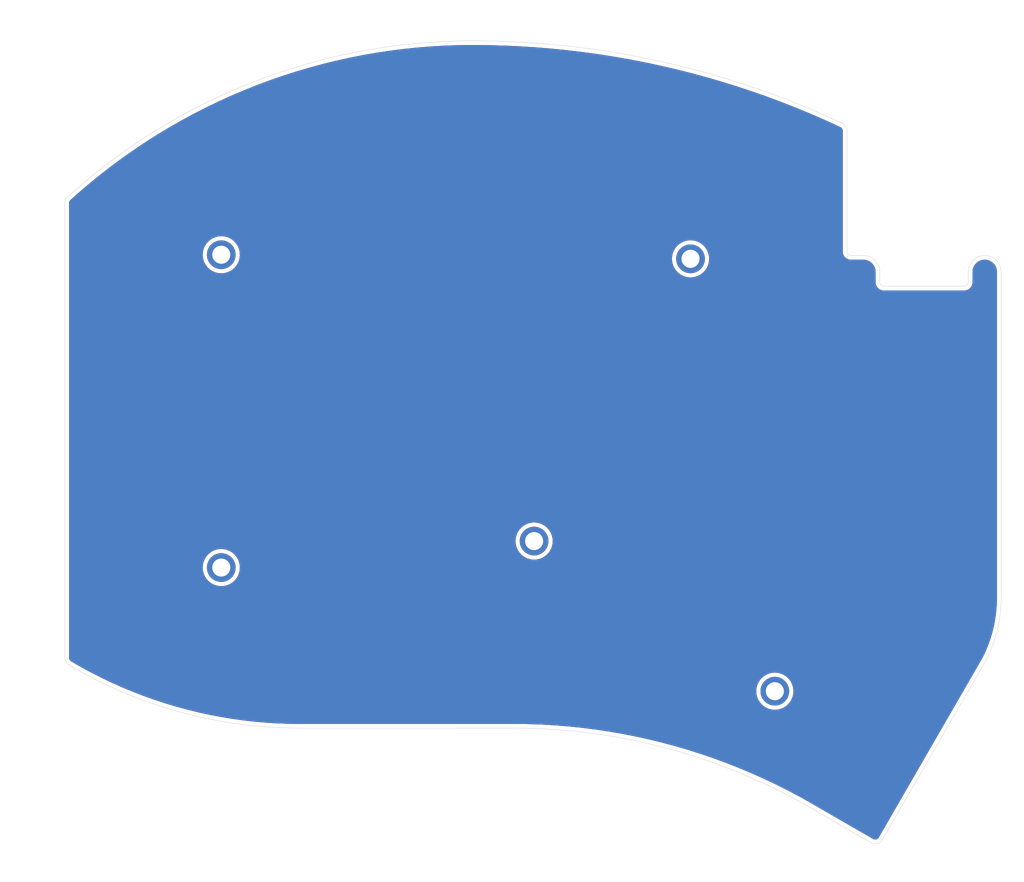
<source format=kicad_pcb>
(kicad_pcb (version 20211014) (generator pcbnew)
  (title_block (title "Howarya?") (date "2022-08-05") (rev "0.2.2") (company "jmnw"))
  (layers (0 "F.Cu" signal) (31 "B.Cu" signal) (34 "B.Paste" user) (35 "F.Paste" user) (36 "B.SilkS" user "B.Silkscreen") (37 "F.SilkS" user "F.Silkscreen") (38 "B.Mask" user) (39 "F.Mask" user) (44 "Edge.Cuts" user))
  (net 0 "")
  (footprint "jmnw:M2_hole_3.5mm_2mm" (layer "F.Cu") (at 138.456425 86.387913)
    (fp_text reference "H3" hide)
    (fp_text value "M2 Hole" hide)
    (pad "" thru_hole circle (at 0 0) (size 3.5 3.5) (drill 2.2) (layers *.Cu *.Mask))
  )
  (footprint "jmnw:M2_hole_3.5mm_2mm" (layer "F.Cu") (at 81.306426 85.888414)
    (fp_text reference "H1" hide)
    (fp_text value "M2 Hole" hide)
    (pad "" thru_hole circle (at 0 0) (size 3.5 3.5) (drill 2.2) (layers *.Cu *.Mask))
  )
  (footprint "jmnw:M2_hole_3.5mm_2mm" (layer "F.Cu") (at 81.306422 123.988413)
    (fp_text reference "H2" hide)
    (fp_text value "M2 Hole" hide)
    (pad "" thru_hole circle (at 0 0) (size 3.5 3.5) (drill 2.2) (layers *.Cu *.Mask))
  )
  (footprint "jmnw:M2_hole_3.5mm_2mm" (layer "F.Cu") (at 119.405921 120.762856)
    (fp_text reference "H4" hide)
    (fp_text value "M2 Hole" hide)
    (pad "" thru_hole circle (at 0 0) (size 3.5 3.5) (drill 2.2) (layers *.Cu *.Mask))
  )
  (footprint "jmnw:M2_hole_3.5mm_2mm" (layer "F.Cu") (at 148.723121 139.045671 -22.5)
    (fp_text reference "H4" hide)
    (fp_text value "M2 Hole" hide)
    (pad "" thru_hole circle (at 0 0 337.5) (size 3.5 3.5) (drill 2.2) (layers *.Cu *.Mask))
  )
  (gr_line (start 162.005989 89.733337) (end 171.786833 89.732736) (layer "Edge.Cuts") (width 0.05))
  (gr_line (start 62.256824 79.588665) (end 62.256818 134.988564) (layer "Edge.Cuts") (width 0.05))
  (gr_line (start 157.50588 85.483447) (end 157.50588 70.787584) (layer "Edge.Cuts") (width 0.05))
  (gr_line (start 176.287135 87.982959) (end 176.28682 127.767725) (layer "Edge.Cuts") (width 0.05))
  (gr_arc (start 62.580624 78.852009) (mid 85.461023 64.755855) (end 111.881165 59.837491) (layer "Edge.Cuts") (width 0.05))
  (gr_arc (start 62.730219 135.83792) (mid 62.383161 135.474751) (end 62.256818 134.988564) (layer "Edge.Cuts") (width 0.05))
  (gr_arc (start 159.505823 85.983273) (mid 160.920075 86.569115) (end 161.50581 87.98341) (layer "Edge.Cuts") (width 0.05))
  (gr_arc (start 156.930622 69.882009) (mid 157.349906 70.251164) (end 157.50588 70.787584) (layer "Edge.Cuts") (width 0.05))
  (gr_line (start 116.893613 143.538569) (end 90.831732 143.53891) (layer "Edge.Cuts") (width 0.05))
  (gr_line (start 160.451841 157.493707) (end 153.069154 153.231306) (layer "Edge.Cuts") (width 0.05))
  (gr_arc (start 162.005989 89.733337) (mid 161.652432 89.586894) (end 161.505982 89.23334) (layer "Edge.Cuts") (width 0.05))
  (gr_line (start 158.005884 85.983448) (end 159.505823 85.983273) (layer "Edge.Cuts") (width 0.05))
  (gr_line (start 161.50581 87.98341) (end 161.505982 89.23334) (layer "Edge.Cuts") (width 0.05))
  (gr_arc (start 111.881165 59.837491) (mid 134.958986 62.37914) (end 156.930622 69.882009) (layer "Edge.Cuts") (width 0.05))
  (gr_arc (start 116.893613 143.538569) (mid 135.61939 146.003749) (end 153.069154 153.231306) (layer "Edge.Cuts") (width 0.05))
  (gr_line (start 172.286838 89.232738) (end 172.287011 87.98281) (layer "Edge.Cuts") (width 0.05))
  (gr_arc (start 90.831732 143.53891) (mid 76.262934 141.57879) (end 62.730219 135.83792) (layer "Edge.Cuts") (width 0.05))
  (gr_arc (start 161.817872 157.127673) (mid 161.210665 157.593605) (end 160.451841 157.493707) (layer "Edge.Cuts") (width 0.05))
  (gr_arc (start 158.005884 85.983448) (mid 157.652327 85.837003) (end 157.50588 85.483447) (layer "Edge.Cuts") (width 0.05))
  (gr_arc (start 172.286838 89.232738) (mid 172.140389 89.586292) (end 171.786833 89.732736) (layer "Edge.Cuts") (width 0.05))
  (gr_arc (start 62.256824 79.588665) (mid 62.341347 79.186326) (end 62.580624 78.852009) (layer "Edge.Cuts") (width 0.05))
  (gr_arc (start 174.287148 85.982823) (mid 175.701399 86.568664) (end 176.287135 87.982959) (layer "Edge.Cuts") (width 0.05))
  (gr_arc (start 176.28682 127.767725) (mid 175.829733 131.529076) (end 174.540128 135.091885) (layer "Edge.Cuts") (width 0.05))
  (gr_line (start 161.817872 157.127673) (end 174.540128 135.091885) (layer "Edge.Cuts") (width 0.05))
  (gr_arc (start 172.287011 87.98281) (mid 172.872853 86.568559) (end 174.287148 85.982823) (layer "Edge.Cuts") (width 0.05))
  (zone (net 0) (net_name "") (layers F&B.Cu) (connect_pads (clearance 0.508)) (min_thickness 0.254) (fill yes (thermal_gap 0.508) (thermal_bridge_width 0.508))
    (polygon (pts (xy 179.07 162.306) (xy 54.356 162.306) (xy 54.356 54.864) (xy 179.07 54.864)))
  )
)
</source>
